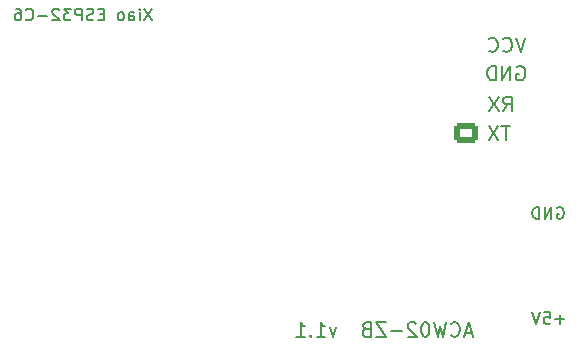
<source format=gbo>
%TF.GenerationSoftware,KiCad,Pcbnew,9.0.5*%
%TF.CreationDate,2025-11-20T08:48:28+01:00*%
%TF.ProjectId,acw02_zb-v1.1,61637730-325f-47a6-922d-76312e312e6b,rev?*%
%TF.SameCoordinates,Original*%
%TF.FileFunction,Legend,Bot*%
%TF.FilePolarity,Positive*%
%FSLAX46Y46*%
G04 Gerber Fmt 4.6, Leading zero omitted, Abs format (unit mm)*
G04 Created by KiCad (PCBNEW 9.0.5) date 2025-11-20 08:48:28*
%MOMM*%
%LPD*%
G01*
G04 APERTURE LIST*
G04 Aperture macros list*
%AMRoundRect*
0 Rectangle with rounded corners*
0 $1 Rounding radius*
0 $2 $3 $4 $5 $6 $7 $8 $9 X,Y pos of 4 corners*
0 Add a 4 corners polygon primitive as box body*
4,1,4,$2,$3,$4,$5,$6,$7,$8,$9,$2,$3,0*
0 Add four circle primitives for the rounded corners*
1,1,$1+$1,$2,$3*
1,1,$1+$1,$4,$5*
1,1,$1+$1,$6,$7*
1,1,$1+$1,$8,$9*
0 Add four rect primitives between the rounded corners*
20,1,$1+$1,$2,$3,$4,$5,0*
20,1,$1+$1,$4,$5,$6,$7,0*
20,1,$1+$1,$6,$7,$8,$9,0*
20,1,$1+$1,$8,$9,$2,$3,0*%
G04 Aperture macros list end*
%ADD10C,0.150000*%
%ADD11C,0.200000*%
%ADD12C,2.600000*%
%ADD13RoundRect,0.250000X0.725000X-0.600000X0.725000X0.600000X-0.725000X0.600000X-0.725000X-0.600000X0*%
%ADD14O,1.950000X1.700000*%
G04 APERTURE END LIST*
D10*
X141639411Y-85717438D02*
X141734649Y-85669819D01*
X141734649Y-85669819D02*
X141877506Y-85669819D01*
X141877506Y-85669819D02*
X142020363Y-85717438D01*
X142020363Y-85717438D02*
X142115601Y-85812676D01*
X142115601Y-85812676D02*
X142163220Y-85907914D01*
X142163220Y-85907914D02*
X142210839Y-86098390D01*
X142210839Y-86098390D02*
X142210839Y-86241247D01*
X142210839Y-86241247D02*
X142163220Y-86431723D01*
X142163220Y-86431723D02*
X142115601Y-86526961D01*
X142115601Y-86526961D02*
X142020363Y-86622200D01*
X142020363Y-86622200D02*
X141877506Y-86669819D01*
X141877506Y-86669819D02*
X141782268Y-86669819D01*
X141782268Y-86669819D02*
X141639411Y-86622200D01*
X141639411Y-86622200D02*
X141591792Y-86574580D01*
X141591792Y-86574580D02*
X141591792Y-86241247D01*
X141591792Y-86241247D02*
X141782268Y-86241247D01*
X141163220Y-86669819D02*
X141163220Y-85669819D01*
X141163220Y-85669819D02*
X140591792Y-86669819D01*
X140591792Y-86669819D02*
X140591792Y-85669819D01*
X140115601Y-86669819D02*
X140115601Y-85669819D01*
X140115601Y-85669819D02*
X139877506Y-85669819D01*
X139877506Y-85669819D02*
X139734649Y-85717438D01*
X139734649Y-85717438D02*
X139639411Y-85812676D01*
X139639411Y-85812676D02*
X139591792Y-85907914D01*
X139591792Y-85907914D02*
X139544173Y-86098390D01*
X139544173Y-86098390D02*
X139544173Y-86241247D01*
X139544173Y-86241247D02*
X139591792Y-86431723D01*
X139591792Y-86431723D02*
X139639411Y-86526961D01*
X139639411Y-86526961D02*
X139734649Y-86622200D01*
X139734649Y-86622200D02*
X139877506Y-86669819D01*
X139877506Y-86669819D02*
X140115601Y-86669819D01*
X142263220Y-95188866D02*
X141501316Y-95188866D01*
X141882268Y-95569819D02*
X141882268Y-94807914D01*
X140548935Y-94569819D02*
X141025125Y-94569819D01*
X141025125Y-94569819D02*
X141072744Y-95046009D01*
X141072744Y-95046009D02*
X141025125Y-94998390D01*
X141025125Y-94998390D02*
X140929887Y-94950771D01*
X140929887Y-94950771D02*
X140691792Y-94950771D01*
X140691792Y-94950771D02*
X140596554Y-94998390D01*
X140596554Y-94998390D02*
X140548935Y-95046009D01*
X140548935Y-95046009D02*
X140501316Y-95141247D01*
X140501316Y-95141247D02*
X140501316Y-95379342D01*
X140501316Y-95379342D02*
X140548935Y-95474580D01*
X140548935Y-95474580D02*
X140596554Y-95522200D01*
X140596554Y-95522200D02*
X140691792Y-95569819D01*
X140691792Y-95569819D02*
X140929887Y-95569819D01*
X140929887Y-95569819D02*
X141025125Y-95522200D01*
X141025125Y-95522200D02*
X141072744Y-95474580D01*
X140215601Y-94569819D02*
X139882268Y-95569819D01*
X139882268Y-95569819D02*
X139548935Y-94569819D01*
D11*
X134428571Y-96299885D02*
X133857143Y-96299885D01*
X134542857Y-96642742D02*
X134142857Y-95442742D01*
X134142857Y-95442742D02*
X133742857Y-96642742D01*
X132657143Y-96528457D02*
X132714286Y-96585600D01*
X132714286Y-96585600D02*
X132885714Y-96642742D01*
X132885714Y-96642742D02*
X133000000Y-96642742D01*
X133000000Y-96642742D02*
X133171429Y-96585600D01*
X133171429Y-96585600D02*
X133285714Y-96471314D01*
X133285714Y-96471314D02*
X133342857Y-96357028D01*
X133342857Y-96357028D02*
X133400000Y-96128457D01*
X133400000Y-96128457D02*
X133400000Y-95957028D01*
X133400000Y-95957028D02*
X133342857Y-95728457D01*
X133342857Y-95728457D02*
X133285714Y-95614171D01*
X133285714Y-95614171D02*
X133171429Y-95499885D01*
X133171429Y-95499885D02*
X133000000Y-95442742D01*
X133000000Y-95442742D02*
X132885714Y-95442742D01*
X132885714Y-95442742D02*
X132714286Y-95499885D01*
X132714286Y-95499885D02*
X132657143Y-95557028D01*
X132257143Y-95442742D02*
X131971429Y-96642742D01*
X131971429Y-96642742D02*
X131742857Y-95785600D01*
X131742857Y-95785600D02*
X131514286Y-96642742D01*
X131514286Y-96642742D02*
X131228572Y-95442742D01*
X130542857Y-95442742D02*
X130428571Y-95442742D01*
X130428571Y-95442742D02*
X130314285Y-95499885D01*
X130314285Y-95499885D02*
X130257143Y-95557028D01*
X130257143Y-95557028D02*
X130200000Y-95671314D01*
X130200000Y-95671314D02*
X130142857Y-95899885D01*
X130142857Y-95899885D02*
X130142857Y-96185600D01*
X130142857Y-96185600D02*
X130200000Y-96414171D01*
X130200000Y-96414171D02*
X130257143Y-96528457D01*
X130257143Y-96528457D02*
X130314285Y-96585600D01*
X130314285Y-96585600D02*
X130428571Y-96642742D01*
X130428571Y-96642742D02*
X130542857Y-96642742D01*
X130542857Y-96642742D02*
X130657143Y-96585600D01*
X130657143Y-96585600D02*
X130714285Y-96528457D01*
X130714285Y-96528457D02*
X130771428Y-96414171D01*
X130771428Y-96414171D02*
X130828571Y-96185600D01*
X130828571Y-96185600D02*
X130828571Y-95899885D01*
X130828571Y-95899885D02*
X130771428Y-95671314D01*
X130771428Y-95671314D02*
X130714285Y-95557028D01*
X130714285Y-95557028D02*
X130657143Y-95499885D01*
X130657143Y-95499885D02*
X130542857Y-95442742D01*
X129685714Y-95557028D02*
X129628571Y-95499885D01*
X129628571Y-95499885D02*
X129514286Y-95442742D01*
X129514286Y-95442742D02*
X129228571Y-95442742D01*
X129228571Y-95442742D02*
X129114286Y-95499885D01*
X129114286Y-95499885D02*
X129057143Y-95557028D01*
X129057143Y-95557028D02*
X129000000Y-95671314D01*
X129000000Y-95671314D02*
X129000000Y-95785600D01*
X129000000Y-95785600D02*
X129057143Y-95957028D01*
X129057143Y-95957028D02*
X129742857Y-96642742D01*
X129742857Y-96642742D02*
X129000000Y-96642742D01*
X128485714Y-96185600D02*
X127571429Y-96185600D01*
X127114286Y-95442742D02*
X126314286Y-95442742D01*
X126314286Y-95442742D02*
X127114286Y-96642742D01*
X127114286Y-96642742D02*
X126314286Y-96642742D01*
X125457143Y-96014171D02*
X125285715Y-96071314D01*
X125285715Y-96071314D02*
X125228572Y-96128457D01*
X125228572Y-96128457D02*
X125171429Y-96242742D01*
X125171429Y-96242742D02*
X125171429Y-96414171D01*
X125171429Y-96414171D02*
X125228572Y-96528457D01*
X125228572Y-96528457D02*
X125285715Y-96585600D01*
X125285715Y-96585600D02*
X125400000Y-96642742D01*
X125400000Y-96642742D02*
X125857143Y-96642742D01*
X125857143Y-96642742D02*
X125857143Y-95442742D01*
X125857143Y-95442742D02*
X125457143Y-95442742D01*
X125457143Y-95442742D02*
X125342858Y-95499885D01*
X125342858Y-95499885D02*
X125285715Y-95557028D01*
X125285715Y-95557028D02*
X125228572Y-95671314D01*
X125228572Y-95671314D02*
X125228572Y-95785600D01*
X125228572Y-95785600D02*
X125285715Y-95899885D01*
X125285715Y-95899885D02*
X125342858Y-95957028D01*
X125342858Y-95957028D02*
X125457143Y-96014171D01*
X125457143Y-96014171D02*
X125857143Y-96014171D01*
X122942857Y-95842742D02*
X122657143Y-96642742D01*
X122657143Y-96642742D02*
X122371428Y-95842742D01*
X121285714Y-96642742D02*
X121971428Y-96642742D01*
X121628571Y-96642742D02*
X121628571Y-95442742D01*
X121628571Y-95442742D02*
X121742857Y-95614171D01*
X121742857Y-95614171D02*
X121857142Y-95728457D01*
X121857142Y-95728457D02*
X121971428Y-95785600D01*
X120771428Y-96528457D02*
X120714285Y-96585600D01*
X120714285Y-96585600D02*
X120771428Y-96642742D01*
X120771428Y-96642742D02*
X120828571Y-96585600D01*
X120828571Y-96585600D02*
X120771428Y-96528457D01*
X120771428Y-96528457D02*
X120771428Y-96642742D01*
X119571428Y-96642742D02*
X120257142Y-96642742D01*
X119914285Y-96642742D02*
X119914285Y-95442742D01*
X119914285Y-95442742D02*
X120028571Y-95614171D01*
X120028571Y-95614171D02*
X120142856Y-95728457D01*
X120142856Y-95728457D02*
X120257142Y-95785600D01*
X137614285Y-78842742D02*
X136928571Y-78842742D01*
X137271428Y-80042742D02*
X137271428Y-78842742D01*
X136642856Y-78842742D02*
X135842856Y-80042742D01*
X135842856Y-78842742D02*
X136642856Y-80042742D01*
X137096993Y-77542742D02*
X137496993Y-76971314D01*
X137782707Y-77542742D02*
X137782707Y-76342742D01*
X137782707Y-76342742D02*
X137325564Y-76342742D01*
X137325564Y-76342742D02*
X137211279Y-76399885D01*
X137211279Y-76399885D02*
X137154136Y-76457028D01*
X137154136Y-76457028D02*
X137096993Y-76571314D01*
X137096993Y-76571314D02*
X137096993Y-76742742D01*
X137096993Y-76742742D02*
X137154136Y-76857028D01*
X137154136Y-76857028D02*
X137211279Y-76914171D01*
X137211279Y-76914171D02*
X137325564Y-76971314D01*
X137325564Y-76971314D02*
X137782707Y-76971314D01*
X136696993Y-76342742D02*
X135896993Y-77542742D01*
X135896993Y-76342742D02*
X136696993Y-77542742D01*
X138954136Y-71342742D02*
X138554136Y-72542742D01*
X138554136Y-72542742D02*
X138154136Y-71342742D01*
X137068422Y-72428457D02*
X137125565Y-72485600D01*
X137125565Y-72485600D02*
X137296993Y-72542742D01*
X137296993Y-72542742D02*
X137411279Y-72542742D01*
X137411279Y-72542742D02*
X137582708Y-72485600D01*
X137582708Y-72485600D02*
X137696993Y-72371314D01*
X137696993Y-72371314D02*
X137754136Y-72257028D01*
X137754136Y-72257028D02*
X137811279Y-72028457D01*
X137811279Y-72028457D02*
X137811279Y-71857028D01*
X137811279Y-71857028D02*
X137754136Y-71628457D01*
X137754136Y-71628457D02*
X137696993Y-71514171D01*
X137696993Y-71514171D02*
X137582708Y-71399885D01*
X137582708Y-71399885D02*
X137411279Y-71342742D01*
X137411279Y-71342742D02*
X137296993Y-71342742D01*
X137296993Y-71342742D02*
X137125565Y-71399885D01*
X137125565Y-71399885D02*
X137068422Y-71457028D01*
X135868422Y-72428457D02*
X135925565Y-72485600D01*
X135925565Y-72485600D02*
X136096993Y-72542742D01*
X136096993Y-72542742D02*
X136211279Y-72542742D01*
X136211279Y-72542742D02*
X136382708Y-72485600D01*
X136382708Y-72485600D02*
X136496993Y-72371314D01*
X136496993Y-72371314D02*
X136554136Y-72257028D01*
X136554136Y-72257028D02*
X136611279Y-72028457D01*
X136611279Y-72028457D02*
X136611279Y-71857028D01*
X136611279Y-71857028D02*
X136554136Y-71628457D01*
X136554136Y-71628457D02*
X136496993Y-71514171D01*
X136496993Y-71514171D02*
X136382708Y-71399885D01*
X136382708Y-71399885D02*
X136211279Y-71342742D01*
X136211279Y-71342742D02*
X136096993Y-71342742D01*
X136096993Y-71342742D02*
X135925565Y-71399885D01*
X135925565Y-71399885D02*
X135868422Y-71457028D01*
X138254136Y-73799885D02*
X138368422Y-73742742D01*
X138368422Y-73742742D02*
X138539850Y-73742742D01*
X138539850Y-73742742D02*
X138711279Y-73799885D01*
X138711279Y-73799885D02*
X138825564Y-73914171D01*
X138825564Y-73914171D02*
X138882707Y-74028457D01*
X138882707Y-74028457D02*
X138939850Y-74257028D01*
X138939850Y-74257028D02*
X138939850Y-74428457D01*
X138939850Y-74428457D02*
X138882707Y-74657028D01*
X138882707Y-74657028D02*
X138825564Y-74771314D01*
X138825564Y-74771314D02*
X138711279Y-74885600D01*
X138711279Y-74885600D02*
X138539850Y-74942742D01*
X138539850Y-74942742D02*
X138425564Y-74942742D01*
X138425564Y-74942742D02*
X138254136Y-74885600D01*
X138254136Y-74885600D02*
X138196993Y-74828457D01*
X138196993Y-74828457D02*
X138196993Y-74428457D01*
X138196993Y-74428457D02*
X138425564Y-74428457D01*
X137682707Y-74942742D02*
X137682707Y-73742742D01*
X137682707Y-73742742D02*
X136996993Y-74942742D01*
X136996993Y-74942742D02*
X136996993Y-73742742D01*
X136425564Y-74942742D02*
X136425564Y-73742742D01*
X136425564Y-73742742D02*
X136139850Y-73742742D01*
X136139850Y-73742742D02*
X135968421Y-73799885D01*
X135968421Y-73799885D02*
X135854136Y-73914171D01*
X135854136Y-73914171D02*
X135796993Y-74028457D01*
X135796993Y-74028457D02*
X135739850Y-74257028D01*
X135739850Y-74257028D02*
X135739850Y-74428457D01*
X135739850Y-74428457D02*
X135796993Y-74657028D01*
X135796993Y-74657028D02*
X135854136Y-74771314D01*
X135854136Y-74771314D02*
X135968421Y-74885600D01*
X135968421Y-74885600D02*
X136139850Y-74942742D01*
X136139850Y-74942742D02*
X136425564Y-74942742D01*
D10*
X107333332Y-68869819D02*
X106666666Y-69869819D01*
X106666666Y-68869819D02*
X107333332Y-69869819D01*
X106285713Y-69869819D02*
X106285713Y-69203152D01*
X106285713Y-68869819D02*
X106333332Y-68917438D01*
X106333332Y-68917438D02*
X106285713Y-68965057D01*
X106285713Y-68965057D02*
X106238094Y-68917438D01*
X106238094Y-68917438D02*
X106285713Y-68869819D01*
X106285713Y-68869819D02*
X106285713Y-68965057D01*
X105380952Y-69869819D02*
X105380952Y-69346009D01*
X105380952Y-69346009D02*
X105428571Y-69250771D01*
X105428571Y-69250771D02*
X105523809Y-69203152D01*
X105523809Y-69203152D02*
X105714285Y-69203152D01*
X105714285Y-69203152D02*
X105809523Y-69250771D01*
X105380952Y-69822200D02*
X105476190Y-69869819D01*
X105476190Y-69869819D02*
X105714285Y-69869819D01*
X105714285Y-69869819D02*
X105809523Y-69822200D01*
X105809523Y-69822200D02*
X105857142Y-69726961D01*
X105857142Y-69726961D02*
X105857142Y-69631723D01*
X105857142Y-69631723D02*
X105809523Y-69536485D01*
X105809523Y-69536485D02*
X105714285Y-69488866D01*
X105714285Y-69488866D02*
X105476190Y-69488866D01*
X105476190Y-69488866D02*
X105380952Y-69441247D01*
X104761904Y-69869819D02*
X104857142Y-69822200D01*
X104857142Y-69822200D02*
X104904761Y-69774580D01*
X104904761Y-69774580D02*
X104952380Y-69679342D01*
X104952380Y-69679342D02*
X104952380Y-69393628D01*
X104952380Y-69393628D02*
X104904761Y-69298390D01*
X104904761Y-69298390D02*
X104857142Y-69250771D01*
X104857142Y-69250771D02*
X104761904Y-69203152D01*
X104761904Y-69203152D02*
X104619047Y-69203152D01*
X104619047Y-69203152D02*
X104523809Y-69250771D01*
X104523809Y-69250771D02*
X104476190Y-69298390D01*
X104476190Y-69298390D02*
X104428571Y-69393628D01*
X104428571Y-69393628D02*
X104428571Y-69679342D01*
X104428571Y-69679342D02*
X104476190Y-69774580D01*
X104476190Y-69774580D02*
X104523809Y-69822200D01*
X104523809Y-69822200D02*
X104619047Y-69869819D01*
X104619047Y-69869819D02*
X104761904Y-69869819D01*
X103238094Y-69346009D02*
X102904761Y-69346009D01*
X102761904Y-69869819D02*
X103238094Y-69869819D01*
X103238094Y-69869819D02*
X103238094Y-68869819D01*
X103238094Y-68869819D02*
X102761904Y-68869819D01*
X102380951Y-69822200D02*
X102238094Y-69869819D01*
X102238094Y-69869819D02*
X101999999Y-69869819D01*
X101999999Y-69869819D02*
X101904761Y-69822200D01*
X101904761Y-69822200D02*
X101857142Y-69774580D01*
X101857142Y-69774580D02*
X101809523Y-69679342D01*
X101809523Y-69679342D02*
X101809523Y-69584104D01*
X101809523Y-69584104D02*
X101857142Y-69488866D01*
X101857142Y-69488866D02*
X101904761Y-69441247D01*
X101904761Y-69441247D02*
X101999999Y-69393628D01*
X101999999Y-69393628D02*
X102190475Y-69346009D01*
X102190475Y-69346009D02*
X102285713Y-69298390D01*
X102285713Y-69298390D02*
X102333332Y-69250771D01*
X102333332Y-69250771D02*
X102380951Y-69155533D01*
X102380951Y-69155533D02*
X102380951Y-69060295D01*
X102380951Y-69060295D02*
X102333332Y-68965057D01*
X102333332Y-68965057D02*
X102285713Y-68917438D01*
X102285713Y-68917438D02*
X102190475Y-68869819D01*
X102190475Y-68869819D02*
X101952380Y-68869819D01*
X101952380Y-68869819D02*
X101809523Y-68917438D01*
X101380951Y-69869819D02*
X101380951Y-68869819D01*
X101380951Y-68869819D02*
X100999999Y-68869819D01*
X100999999Y-68869819D02*
X100904761Y-68917438D01*
X100904761Y-68917438D02*
X100857142Y-68965057D01*
X100857142Y-68965057D02*
X100809523Y-69060295D01*
X100809523Y-69060295D02*
X100809523Y-69203152D01*
X100809523Y-69203152D02*
X100857142Y-69298390D01*
X100857142Y-69298390D02*
X100904761Y-69346009D01*
X100904761Y-69346009D02*
X100999999Y-69393628D01*
X100999999Y-69393628D02*
X101380951Y-69393628D01*
X100476189Y-68869819D02*
X99857142Y-68869819D01*
X99857142Y-68869819D02*
X100190475Y-69250771D01*
X100190475Y-69250771D02*
X100047618Y-69250771D01*
X100047618Y-69250771D02*
X99952380Y-69298390D01*
X99952380Y-69298390D02*
X99904761Y-69346009D01*
X99904761Y-69346009D02*
X99857142Y-69441247D01*
X99857142Y-69441247D02*
X99857142Y-69679342D01*
X99857142Y-69679342D02*
X99904761Y-69774580D01*
X99904761Y-69774580D02*
X99952380Y-69822200D01*
X99952380Y-69822200D02*
X100047618Y-69869819D01*
X100047618Y-69869819D02*
X100333332Y-69869819D01*
X100333332Y-69869819D02*
X100428570Y-69822200D01*
X100428570Y-69822200D02*
X100476189Y-69774580D01*
X99476189Y-68965057D02*
X99428570Y-68917438D01*
X99428570Y-68917438D02*
X99333332Y-68869819D01*
X99333332Y-68869819D02*
X99095237Y-68869819D01*
X99095237Y-68869819D02*
X98999999Y-68917438D01*
X98999999Y-68917438D02*
X98952380Y-68965057D01*
X98952380Y-68965057D02*
X98904761Y-69060295D01*
X98904761Y-69060295D02*
X98904761Y-69155533D01*
X98904761Y-69155533D02*
X98952380Y-69298390D01*
X98952380Y-69298390D02*
X99523808Y-69869819D01*
X99523808Y-69869819D02*
X98904761Y-69869819D01*
X98476189Y-69488866D02*
X97714285Y-69488866D01*
X96666666Y-69774580D02*
X96714285Y-69822200D01*
X96714285Y-69822200D02*
X96857142Y-69869819D01*
X96857142Y-69869819D02*
X96952380Y-69869819D01*
X96952380Y-69869819D02*
X97095237Y-69822200D01*
X97095237Y-69822200D02*
X97190475Y-69726961D01*
X97190475Y-69726961D02*
X97238094Y-69631723D01*
X97238094Y-69631723D02*
X97285713Y-69441247D01*
X97285713Y-69441247D02*
X97285713Y-69298390D01*
X97285713Y-69298390D02*
X97238094Y-69107914D01*
X97238094Y-69107914D02*
X97190475Y-69012676D01*
X97190475Y-69012676D02*
X97095237Y-68917438D01*
X97095237Y-68917438D02*
X96952380Y-68869819D01*
X96952380Y-68869819D02*
X96857142Y-68869819D01*
X96857142Y-68869819D02*
X96714285Y-68917438D01*
X96714285Y-68917438D02*
X96666666Y-68965057D01*
X95809523Y-68869819D02*
X95999999Y-68869819D01*
X95999999Y-68869819D02*
X96095237Y-68917438D01*
X96095237Y-68917438D02*
X96142856Y-68965057D01*
X96142856Y-68965057D02*
X96238094Y-69107914D01*
X96238094Y-69107914D02*
X96285713Y-69298390D01*
X96285713Y-69298390D02*
X96285713Y-69679342D01*
X96285713Y-69679342D02*
X96238094Y-69774580D01*
X96238094Y-69774580D02*
X96190475Y-69822200D01*
X96190475Y-69822200D02*
X96095237Y-69869819D01*
X96095237Y-69869819D02*
X95904761Y-69869819D01*
X95904761Y-69869819D02*
X95809523Y-69822200D01*
X95809523Y-69822200D02*
X95761904Y-69774580D01*
X95761904Y-69774580D02*
X95714285Y-69679342D01*
X95714285Y-69679342D02*
X95714285Y-69441247D01*
X95714285Y-69441247D02*
X95761904Y-69346009D01*
X95761904Y-69346009D02*
X95809523Y-69298390D01*
X95809523Y-69298390D02*
X95904761Y-69250771D01*
X95904761Y-69250771D02*
X96095237Y-69250771D01*
X96095237Y-69250771D02*
X96190475Y-69298390D01*
X96190475Y-69298390D02*
X96238094Y-69346009D01*
X96238094Y-69346009D02*
X96285713Y-69441247D01*
%LPC*%
D12*
%TO.C,J2*%
X116200000Y-96200000D03*
%TD*%
%TO.C,J5*%
X140900000Y-88800000D03*
%TD*%
%TO.C,J4*%
X140900000Y-92600000D03*
%TD*%
%TO.C,J3*%
X100900000Y-91800000D03*
%TD*%
D13*
%TO.C,J1*%
X133955000Y-79450000D03*
D14*
X133955000Y-76950000D03*
X133955000Y-74450000D03*
X133955000Y-71950000D03*
%TD*%
%LPD*%
M02*

</source>
